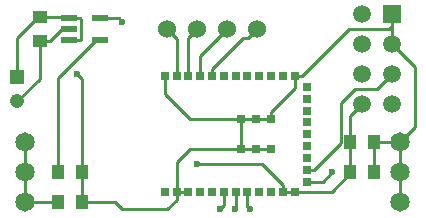
<source format=gbr>
G04 #@! TF.GenerationSoftware,KiCad,Pcbnew,(5.0.2)-1*
G04 #@! TF.CreationDate,2019-08-29T18:00:00-04:00*
G04 #@! TF.ProjectId,IGEM_Device,4947454d-5f44-4657-9669-63652e6b6963,rev?*
G04 #@! TF.SameCoordinates,Original*
G04 #@! TF.FileFunction,Copper,L1,Top*
G04 #@! TF.FilePolarity,Positive*
%FSLAX46Y46*%
G04 Gerber Fmt 4.6, Leading zero omitted, Abs format (unit mm)*
G04 Created by KiCad (PCBNEW (5.0.2)-1) date 2019-08-29 6:00:00 PM*
%MOMM*%
%LPD*%
G01*
G04 APERTURE LIST*
G04 #@! TA.AperFunction,ComponentPad*
%ADD10C,1.651000*%
G04 #@! TD*
G04 #@! TA.AperFunction,ComponentPad*
%ADD11R,1.208000X1.208000*%
G04 #@! TD*
G04 #@! TA.AperFunction,ComponentPad*
%ADD12C,1.208000*%
G04 #@! TD*
G04 #@! TA.AperFunction,ComponentPad*
%ADD13C,1.524000*%
G04 #@! TD*
G04 #@! TA.AperFunction,ComponentPad*
%ADD14R,1.508000X1.508000*%
G04 #@! TD*
G04 #@! TA.AperFunction,ComponentPad*
%ADD15C,1.508000*%
G04 #@! TD*
G04 #@! TA.AperFunction,SMDPad,CuDef*
%ADD16R,0.760000X0.760000*%
G04 #@! TD*
G04 #@! TA.AperFunction,SMDPad,CuDef*
%ADD17R,1.000000X1.250000*%
G04 #@! TD*
G04 #@! TA.AperFunction,SMDPad,CuDef*
%ADD18R,1.250000X1.000000*%
G04 #@! TD*
G04 #@! TA.AperFunction,SMDPad,CuDef*
%ADD19R,1.320800X0.558800*%
G04 #@! TD*
G04 #@! TA.AperFunction,ViaPad*
%ADD20C,0.600000*%
G04 #@! TD*
G04 #@! TA.AperFunction,Conductor*
%ADD21C,0.250000*%
G04 #@! TD*
G04 APERTURE END LIST*
D10*
G04 #@! TO.P,J8,3*
G04 #@! TO.N,+2V85*
X141605000Y-63500000D03*
G04 #@! TO.P,J8,2*
X141605000Y-66040000D03*
G04 #@! TO.P,J8,1*
X141605000Y-68580000D03*
G04 #@! TD*
G04 #@! TO.P,J9,1*
G04 #@! TO.N,GND*
X173355000Y-68580000D03*
G04 #@! TO.P,J9,2*
X173355000Y-66040000D03*
G04 #@! TO.P,J9,3*
X173355000Y-63500000D03*
G04 #@! TD*
D11*
G04 #@! TO.P,J3,1*
G04 #@! TO.N,+BATT*
X140970000Y-58055000D03*
D12*
G04 #@! TO.P,J3,2*
G04 #@! TO.N,GND*
X140970000Y-60055000D03*
G04 #@! TD*
D13*
G04 #@! TO.P,J4,1*
G04 #@! TO.N,/SCL*
X153670000Y-53975000D03*
G04 #@! TO.P,J4,2*
G04 #@! TO.N,/SDA*
X156210000Y-53975000D03*
G04 #@! TO.P,J4,3*
G04 #@! TO.N,/IP_CONTROL*
X158750000Y-53975000D03*
G04 #@! TO.P,J4,4*
G04 #@! TO.N,/POWER_GOOD*
X161290000Y-53975000D03*
G04 #@! TD*
D14*
G04 #@! TO.P,J1,1*
G04 #@! TO.N,GND*
X172720000Y-52705000D03*
D15*
G04 #@! TO.P,J1,2*
G04 #@! TO.N,/RESET*
X170180000Y-52705000D03*
G04 #@! TO.P,J1,3*
G04 #@! TO.N,GND*
X172720000Y-55245000D03*
G04 #@! TO.P,J1,4*
G04 #@! TO.N,/JTAG_TCXC*
X170180000Y-55245000D03*
G04 #@! TO.P,J1,5*
G04 #@! TO.N,/JTAG_TDI*
X172720000Y-57785000D03*
G04 #@! TO.P,J1,6*
G04 #@! TO.N,/JTAG_TMSC*
X170180000Y-57785000D03*
G04 #@! TO.P,J1,7*
G04 #@! TO.N,/JTAG_TDO*
X172720000Y-60325000D03*
G04 #@! TO.P,J1,8*
G04 #@! TO.N,+2V85*
X170180000Y-60325000D03*
G04 #@! TD*
D16*
G04 #@! TO.P,U1,1*
G04 #@! TO.N,Net-(U1-Pad1)*
X153460000Y-67770000D03*
G04 #@! TO.P,U1,2*
G04 #@! TO.N,GND*
X154460000Y-67770000D03*
G04 #@! TO.P,U1,3*
X155460000Y-67770000D03*
G04 #@! TO.P,U1,4*
G04 #@! TO.N,Net-(U1-Pad4)*
X156460000Y-67770000D03*
G04 #@! TO.P,U1,5*
G04 #@! TO.N,Net-(U1-Pad5)*
X157460000Y-67770000D03*
G04 #@! TO.P,U1,6*
G04 #@! TO.N,/RESET*
X158460000Y-67770000D03*
G04 #@! TO.P,U1,7*
G04 #@! TO.N,/JTAG_TCXC*
X159460000Y-67770000D03*
G04 #@! TO.P,U1,8*
G04 #@! TO.N,/JTAG_TMSC*
X160460000Y-67770000D03*
G04 #@! TO.P,U1,9*
G04 #@! TO.N,Net-(U1-Pad9)*
X161460000Y-67770000D03*
G04 #@! TO.P,U1,10*
G04 #@! TO.N,Net-(U1-Pad10)*
X162460000Y-67770000D03*
G04 #@! TO.P,U1,11*
G04 #@! TO.N,+2V85*
X163460000Y-67770000D03*
G04 #@! TO.P,U1,12*
X164460000Y-67770000D03*
G04 #@! TO.P,U1,13*
G04 #@! TO.N,/JTAG_TDO*
X165460000Y-66865000D03*
G04 #@! TO.P,U1,14*
G04 #@! TO.N,/JTAG_TDI*
X165460000Y-65865000D03*
G04 #@! TO.P,U1,15*
G04 #@! TO.N,Net-(U1-Pad15)*
X165460000Y-64865000D03*
G04 #@! TO.P,U1,16*
G04 #@! TO.N,Net-(U1-Pad16)*
X165460000Y-63865000D03*
G04 #@! TO.P,U1,17*
G04 #@! TO.N,Net-(U1-Pad17)*
X165460000Y-62865000D03*
G04 #@! TO.P,U1,18*
G04 #@! TO.N,Net-(U1-Pad18)*
X165460000Y-61865000D03*
G04 #@! TO.P,U1,19*
G04 #@! TO.N,Net-(U1-Pad19)*
X165460000Y-60865000D03*
G04 #@! TO.P,U1,20*
G04 #@! TO.N,Net-(U1-Pad20)*
X165460000Y-59865000D03*
G04 #@! TO.P,U1,21*
G04 #@! TO.N,Net-(U1-Pad21)*
X165460000Y-58865000D03*
G04 #@! TO.P,U1,22*
G04 #@! TO.N,GND*
X164460000Y-57960000D03*
G04 #@! TO.P,U1,23*
G04 #@! TO.N,Net-(U1-Pad23)*
X163460000Y-57960000D03*
G04 #@! TO.P,U1,24*
G04 #@! TO.N,Net-(U1-Pad24)*
X162460000Y-57960000D03*
G04 #@! TO.P,U1,25*
G04 #@! TO.N,Net-(U1-Pad25)*
X161460000Y-57960000D03*
G04 #@! TO.P,U1,26*
G04 #@! TO.N,Net-(U1-Pad26)*
X160460000Y-57960000D03*
G04 #@! TO.P,U1,27*
G04 #@! TO.N,Net-(U1-Pad27)*
X159460000Y-57960000D03*
G04 #@! TO.P,U1,28*
G04 #@! TO.N,Net-(U1-Pad28)*
X158460000Y-57960000D03*
G04 #@! TO.P,U1,29*
G04 #@! TO.N,/POWER_GOOD*
X157460000Y-57960000D03*
G04 #@! TO.P,U1,30*
G04 #@! TO.N,/IP_CONTROL*
X156460000Y-57960000D03*
G04 #@! TO.P,U1,31*
G04 #@! TO.N,/SDA*
X155460000Y-57960000D03*
G04 #@! TO.P,U1,32*
G04 #@! TO.N,/SCL*
X154460000Y-57960000D03*
G04 #@! TO.P,U1,33*
G04 #@! TO.N,GND*
X153460000Y-57960000D03*
G04 #@! TO.P,U1,34*
X162480000Y-64135000D03*
G04 #@! TO.P,U1,35*
X161210000Y-64135000D03*
G04 #@! TO.P,U1,36*
X159940000Y-64135000D03*
G04 #@! TO.P,U1,37*
X159940000Y-61595000D03*
G04 #@! TO.P,U1,38*
X161210000Y-61595000D03*
G04 #@! TO.P,U1,39*
X162460000Y-61595000D03*
G04 #@! TD*
D17*
G04 #@! TO.P,C2,2*
G04 #@! TO.N,GND*
X146415000Y-68580000D03*
G04 #@! TO.P,C2,1*
G04 #@! TO.N,+2V85*
X144415000Y-68580000D03*
G04 #@! TD*
G04 #@! TO.P,C1,2*
G04 #@! TO.N,GND*
X146415000Y-66040000D03*
G04 #@! TO.P,C1,1*
G04 #@! TO.N,Net-(C1-Pad1)*
X144415000Y-66040000D03*
G04 #@! TD*
G04 #@! TO.P,C7,2*
G04 #@! TO.N,GND*
X171180000Y-63500000D03*
G04 #@! TO.P,C7,1*
G04 #@! TO.N,+2V85*
X169180000Y-63500000D03*
G04 #@! TD*
G04 #@! TO.P,C10,1*
G04 #@! TO.N,+2V85*
X169180000Y-66040000D03*
G04 #@! TO.P,C10,2*
G04 #@! TO.N,GND*
X171180000Y-66040000D03*
G04 #@! TD*
D18*
G04 #@! TO.P,C11,2*
G04 #@! TO.N,GND*
X142875000Y-54975000D03*
G04 #@! TO.P,C11,1*
G04 #@! TO.N,+BATT*
X142875000Y-52975000D03*
G04 #@! TD*
D19*
G04 #@! TO.P,U2,1*
G04 #@! TO.N,+BATT*
X145389600Y-53024999D03*
G04 #@! TO.P,U2,2*
G04 #@! TO.N,GND*
X145389600Y-53975000D03*
G04 #@! TO.P,U2,3*
G04 #@! TO.N,+BATT*
X145389600Y-54925001D03*
G04 #@! TO.P,U2,4*
G04 #@! TO.N,Net-(C1-Pad1)*
X147980400Y-54925001D03*
G04 #@! TO.P,U2,5*
G04 #@! TO.N,+2V85*
X147980400Y-53024999D03*
G04 #@! TD*
D20*
G04 #@! TO.N,GND*
X146050000Y-57785000D03*
G04 #@! TO.N,+2V85*
X156210000Y-65405000D03*
X149860000Y-53340000D03*
G04 #@! TO.N,/RESET*
X158115000Y-69215000D03*
G04 #@! TO.N,/JTAG_TCXC*
X159385000Y-69215000D03*
G04 #@! TO.N,/JTAG_TMSC*
X160655000Y-69215000D03*
G04 #@! TO.N,/JTAG_TDO*
X167640000Y-66040000D03*
G04 #@! TD*
D21*
G04 #@! TO.N,GND*
X171180000Y-63500000D02*
X171180000Y-66040000D01*
X171180000Y-63500000D02*
X173355000Y-63500000D01*
X172720000Y-52705000D02*
X172720000Y-55245000D01*
X172720000Y-55245000D02*
X174625000Y-57150000D01*
X174625000Y-62230000D02*
X173355000Y-63500000D01*
X174625000Y-57150000D02*
X174625000Y-62230000D01*
X162480000Y-64135000D02*
X161210000Y-64135000D01*
X161210000Y-64135000D02*
X159940000Y-64135000D01*
X159940000Y-63505000D02*
X159940000Y-61595000D01*
X159940000Y-64135000D02*
X159940000Y-63505000D01*
X159940000Y-61595000D02*
X161210000Y-61595000D01*
X161210000Y-61595000D02*
X162460000Y-61595000D01*
X164460000Y-58590000D02*
X164460000Y-57960000D01*
X164460000Y-58965000D02*
X164460000Y-58590000D01*
X162460000Y-60965000D02*
X164460000Y-58965000D01*
X162460000Y-61595000D02*
X162460000Y-60965000D01*
X159940000Y-61595000D02*
X155575000Y-61595000D01*
X153460000Y-59480000D02*
X153460000Y-57960000D01*
X155575000Y-61595000D02*
X153460000Y-59480000D01*
X155460000Y-67770000D02*
X154460000Y-67770000D01*
X172720000Y-53709000D02*
X172454000Y-53975000D01*
X172720000Y-52705000D02*
X172720000Y-53709000D01*
X165090000Y-57960000D02*
X164460000Y-57960000D01*
X169075000Y-53975000D02*
X165090000Y-57960000D01*
X172454000Y-53975000D02*
X169075000Y-53975000D01*
X154460000Y-68400000D02*
X153645000Y-69215000D01*
X154460000Y-67770000D02*
X154460000Y-68400000D01*
X153645000Y-69215000D02*
X149860000Y-69215000D01*
X149225000Y-68580000D02*
X146415000Y-68580000D01*
X149860000Y-69215000D02*
X149225000Y-68580000D01*
X146415000Y-68580000D02*
X146415000Y-66040000D01*
X144750000Y-53975000D02*
X145389600Y-53975000D01*
X143750000Y-54975000D02*
X144750000Y-53975000D01*
X142875000Y-54975000D02*
X143750000Y-54975000D01*
X142875000Y-58150000D02*
X140970000Y-60055000D01*
X142875000Y-54975000D02*
X142875000Y-58150000D01*
X154460000Y-65250000D02*
X154460000Y-67770000D01*
X159940000Y-64135000D02*
X155575000Y-64135000D01*
X155575000Y-64135000D02*
X154460000Y-65250000D01*
X173355000Y-63500000D02*
X173355000Y-66040000D01*
X173355000Y-66040000D02*
X173355000Y-68580000D01*
X146415000Y-58150000D02*
X146050000Y-57785000D01*
X146415000Y-66040000D02*
X146415000Y-58150000D01*
G04 #@! TO.N,+2V85*
X163460000Y-67770000D02*
X164460000Y-67770000D01*
X169180000Y-63500000D02*
X169180000Y-66040000D01*
X165090000Y-67770000D02*
X164460000Y-67770000D01*
X167575000Y-67770000D02*
X165090000Y-67770000D01*
X169180000Y-66165000D02*
X167575000Y-67770000D01*
X169180000Y-66040000D02*
X169180000Y-66165000D01*
X144415000Y-68580000D02*
X141605000Y-68580000D01*
X141605000Y-68580000D02*
X141605000Y-66040000D01*
X141605000Y-66040000D02*
X141605000Y-63500000D01*
X149544999Y-53024999D02*
X149860000Y-53340000D01*
X147980400Y-53024999D02*
X149544999Y-53024999D01*
X156634264Y-65405000D02*
X156210000Y-65405000D01*
X161725000Y-65405000D02*
X156634264Y-65405000D01*
X163460000Y-67140000D02*
X161725000Y-65405000D01*
X163460000Y-67770000D02*
X163460000Y-67140000D01*
X169180000Y-61325000D02*
X169180000Y-63500000D01*
X170180000Y-60325000D02*
X169180000Y-61325000D01*
G04 #@! TO.N,Net-(C1-Pad1)*
X147599400Y-54925001D02*
X147980400Y-54925001D01*
X144415000Y-58109401D02*
X147599400Y-54925001D01*
X144415000Y-66040000D02*
X144415000Y-58109401D01*
G04 #@! TO.N,+BATT*
X142750000Y-52975000D02*
X142875000Y-52975000D01*
X140970000Y-54755000D02*
X142750000Y-52975000D01*
X140970000Y-58055000D02*
X140970000Y-54755000D01*
X145339601Y-52975000D02*
X145389600Y-53024999D01*
X142875000Y-52975000D02*
X145339601Y-52975000D01*
X146300000Y-54925001D02*
X145389600Y-54925001D01*
X146375001Y-54850000D02*
X146300000Y-54925001D01*
X146375001Y-53100000D02*
X146375001Y-54850000D01*
X146300000Y-53024999D02*
X146375001Y-53100000D01*
X145389600Y-53024999D02*
X146300000Y-53024999D01*
G04 #@! TO.N,/POWER_GOOD*
X160528001Y-54736999D02*
X161290000Y-53975000D01*
X160053001Y-54736999D02*
X160528001Y-54736999D01*
X157460000Y-57330000D02*
X160053001Y-54736999D01*
X157460000Y-57960000D02*
X157460000Y-57330000D01*
G04 #@! TO.N,/RESET*
X158460000Y-68870000D02*
X158115000Y-69215000D01*
X158460000Y-67770000D02*
X158460000Y-68870000D01*
G04 #@! TO.N,/JTAG_TCXC*
X159460000Y-69140000D02*
X159385000Y-69215000D01*
X159460000Y-67770000D02*
X159460000Y-69140000D01*
G04 #@! TO.N,/JTAG_TMSC*
X160460000Y-69020000D02*
X160655000Y-69215000D01*
X160460000Y-67770000D02*
X160460000Y-69020000D01*
G04 #@! TO.N,/JTAG_TDO*
X166815000Y-66865000D02*
X167640000Y-66040000D01*
X165460000Y-66865000D02*
X166815000Y-66865000D01*
G04 #@! TO.N,/JTAG_TDI*
X168354999Y-63600001D02*
X168354999Y-60245001D01*
X165460000Y-65865000D02*
X166090000Y-65865000D01*
X166090000Y-65865000D02*
X168354999Y-63600001D01*
X168354999Y-60245001D02*
X169545000Y-59055000D01*
X171450000Y-59055000D02*
X172720000Y-57785000D01*
X169545000Y-59055000D02*
X171450000Y-59055000D01*
G04 #@! TO.N,/IP_CONTROL*
X156460000Y-56265000D02*
X158750000Y-53975000D01*
X156460000Y-57960000D02*
X156460000Y-56265000D01*
G04 #@! TO.N,/SDA*
X155460000Y-54725000D02*
X156210000Y-53975000D01*
X155460000Y-57960000D02*
X155460000Y-54725000D01*
G04 #@! TO.N,/SCL*
X154460000Y-54765000D02*
X153670000Y-53975000D01*
X154460000Y-57960000D02*
X154460000Y-54765000D01*
G04 #@! TD*
M02*

</source>
